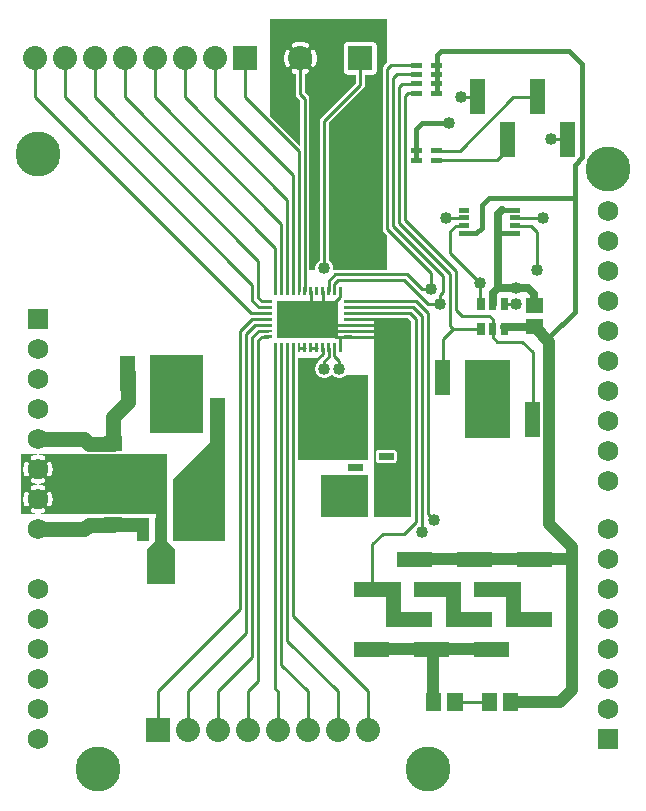
<source format=gbr>
G04 start of page 2 for group 0 idx 0 *
G04 Title: (unknown), component *
G04 Creator: pcb 20140316 *
G04 CreationDate: Thu 22 Dec 2016 06:12:03 PM GMT UTC *
G04 For: ndholmes *
G04 Format: Gerber/RS-274X *
G04 PCB-Dimensions (mil): 2100.00 2700.00 *
G04 PCB-Coordinate-Origin: lower left *
%MOIN*%
%FSLAX25Y25*%
%LNTOP*%
%ADD38C,0.0480*%
%ADD37C,0.1285*%
%ADD36C,0.0380*%
%ADD35C,0.0200*%
%ADD34R,0.0244X0.0244*%
%ADD33R,0.0490X0.0490*%
%ADD32R,0.0700X0.0700*%
%ADD31R,0.1240X0.1240*%
%ADD30R,0.0098X0.0098*%
%ADD29R,0.0120X0.0120*%
%ADD28R,0.0165X0.0165*%
%ADD27R,0.0240X0.0240*%
%ADD26R,0.0167X0.0167*%
%ADD25R,0.0945X0.0945*%
%ADD24R,0.0378X0.0378*%
%ADD23R,0.0500X0.0500*%
%ADD22R,0.0512X0.0512*%
%ADD21C,0.0800*%
%ADD20C,0.1500*%
%ADD19C,0.0680*%
%ADD18C,0.0450*%
%ADD17C,0.0500*%
%ADD16C,0.0350*%
%ADD15C,0.0150*%
%ADD14C,0.0400*%
%ADD13C,0.0250*%
%ADD12C,0.0100*%
%ADD11C,0.0001*%
G54D11*G36*
X126158Y160469D02*X133410D01*
X134500Y159379D01*
Y94000D01*
X126158D01*
Y112024D01*
X128716Y112029D01*
X128869Y112066D01*
X129015Y112126D01*
X129149Y112208D01*
X129269Y112310D01*
X129371Y112430D01*
X129453Y112564D01*
X129513Y112710D01*
X129550Y112863D01*
X129559Y113020D01*
X129550Y115617D01*
X129513Y115770D01*
X129453Y115916D01*
X129371Y116050D01*
X129269Y116170D01*
X129149Y116272D01*
X129015Y116354D01*
X128869Y116414D01*
X128716Y116451D01*
X128559Y116460D01*
X126158Y116456D01*
Y160469D01*
G37*
G36*
X122000Y94000D02*Y160469D01*
X126158D01*
Y116456D01*
X123599Y116451D01*
X123446Y116414D01*
X123300Y116354D01*
X123166Y116272D01*
X123046Y116170D01*
X122944Y116050D01*
X122862Y115916D01*
X122802Y115770D01*
X122765Y115617D01*
X122756Y115460D01*
X122765Y112863D01*
X122802Y112710D01*
X122862Y112564D01*
X122944Y112430D01*
X123046Y112310D01*
X123166Y112208D01*
X123300Y112126D01*
X123446Y112066D01*
X123599Y112029D01*
X123756Y112020D01*
X126158Y112024D01*
Y94000D01*
X122000D01*
G37*
G36*
X96579Y141500D02*X103263D01*
X103372Y141372D01*
X103731Y141065D01*
X104134Y140819D01*
X104570Y140638D01*
X105029Y140528D01*
X105500Y140491D01*
X105971Y140528D01*
X106430Y140638D01*
X106866Y140819D01*
X107269Y141065D01*
X107628Y141372D01*
X107737Y141500D01*
X108263D01*
X108372Y141372D01*
X108731Y141065D01*
X109134Y140819D01*
X109570Y140638D01*
X110029Y140528D01*
X110500Y140491D01*
X110971Y140528D01*
X111430Y140638D01*
X111866Y140819D01*
X112269Y141065D01*
X112628Y141372D01*
X112737Y141500D01*
X120000D01*
Y113000D01*
X96579D01*
Y141500D01*
G37*
G36*
Y147000D02*X103500D01*
Y145737D01*
X103372Y145628D01*
X103065Y145269D01*
X102819Y144866D01*
X102638Y144430D01*
X102528Y143971D01*
X102491Y143500D01*
X102528Y143029D01*
X102638Y142570D01*
X102819Y142134D01*
X103065Y141731D01*
X103372Y141372D01*
X103500Y141263D01*
Y134500D01*
X96579D01*
Y147000D01*
G37*
G36*
X113000Y94000D02*Y108000D01*
X120000D01*
Y94000D01*
X113000D01*
G37*
G36*
X114500D02*X104500D01*
Y108000D01*
X114500D01*
Y94000D01*
G37*
G36*
X101993Y260000D02*X126500D01*
Y245621D01*
X125481Y244602D01*
X125436Y244564D01*
X125283Y244384D01*
X125159Y244183D01*
X125069Y243965D01*
X125014Y243735D01*
X125014Y243735D01*
X124995Y243500D01*
X125000Y243441D01*
Y190059D01*
X124995Y190000D01*
X125014Y189765D01*
X125069Y189535D01*
X125159Y189317D01*
X125283Y189116D01*
X125283Y189115D01*
X125436Y188936D01*
X125481Y188898D01*
X126500Y187879D01*
Y176500D01*
X109059D01*
X109000Y176505D01*
X108941Y176500D01*
X108465D01*
X108472Y176529D01*
X108500Y177000D01*
X108472Y177471D01*
X108362Y177930D01*
X108181Y178366D01*
X107935Y178769D01*
X107628Y179128D01*
X107269Y179435D01*
X107000Y179599D01*
Y225379D01*
X118519Y236898D01*
X118564Y236936D01*
X118717Y237115D01*
X118717Y237116D01*
X118841Y237317D01*
X118931Y237535D01*
X118986Y237765D01*
X119005Y238000D01*
X119000Y238059D01*
Y241509D01*
X121735Y241514D01*
X121965Y241569D01*
X122183Y241659D01*
X122384Y241783D01*
X122564Y241936D01*
X122717Y242116D01*
X122841Y242317D01*
X122931Y242535D01*
X122986Y242765D01*
X123000Y243000D01*
X122986Y251235D01*
X122931Y251465D01*
X122841Y251683D01*
X122717Y251884D01*
X122564Y252064D01*
X122384Y252217D01*
X122183Y252341D01*
X121965Y252431D01*
X121735Y252486D01*
X121500Y252500D01*
X113265Y252486D01*
X113035Y252431D01*
X112817Y252341D01*
X112616Y252217D01*
X112436Y252064D01*
X112283Y251884D01*
X112159Y251683D01*
X112069Y251465D01*
X112014Y251235D01*
X112000Y251000D01*
X112014Y242765D01*
X112069Y242535D01*
X112159Y242317D01*
X112283Y242116D01*
X112436Y241936D01*
X112616Y241783D01*
X112817Y241659D01*
X113035Y241569D01*
X113265Y241514D01*
X113500Y241500D01*
X116000Y241504D01*
Y238621D01*
X104481Y227102D01*
X104436Y227064D01*
X104283Y226884D01*
X104159Y226683D01*
X104069Y226465D01*
X104014Y226235D01*
X104014Y226235D01*
X103995Y226000D01*
X104000Y225941D01*
Y179599D01*
X103731Y179435D01*
X103372Y179128D01*
X103065Y178769D01*
X102819Y178366D01*
X102638Y177930D01*
X102528Y177471D01*
X102491Y177000D01*
X102528Y176529D01*
X102535Y176500D01*
X101993D01*
Y244145D01*
X102078Y244181D01*
X102179Y244243D01*
X102269Y244319D01*
X102345Y244409D01*
X102405Y244511D01*
X102622Y244980D01*
X102789Y245469D01*
X102909Y245972D01*
X102982Y246484D01*
X103006Y247000D01*
X102982Y247516D01*
X102909Y248028D01*
X102789Y248531D01*
X102622Y249020D01*
X102410Y249492D01*
X102349Y249593D01*
X102272Y249684D01*
X102182Y249761D01*
X102080Y249823D01*
X101993Y249860D01*
Y260000D01*
G37*
G36*
X97498Y232881D02*X97516Y232863D01*
Y217605D01*
X97498Y217624D01*
Y232881D01*
G37*
G36*
Y260000D02*X101993D01*
Y249860D01*
X101971Y249869D01*
X101855Y249897D01*
X101737Y249906D01*
X101619Y249897D01*
X101503Y249870D01*
X101393Y249824D01*
X101292Y249762D01*
X101202Y249686D01*
X101124Y249595D01*
X101062Y249494D01*
X101016Y249385D01*
X100989Y249269D01*
X100979Y249151D01*
X100988Y249032D01*
X101016Y248917D01*
X101063Y248808D01*
X101221Y248468D01*
X101342Y248112D01*
X101430Y247747D01*
X101482Y247375D01*
X101500Y247000D01*
X101482Y246625D01*
X101430Y246253D01*
X101342Y245888D01*
X101221Y245532D01*
X101067Y245190D01*
X101020Y245082D01*
X100993Y244967D01*
X100983Y244849D01*
X100993Y244732D01*
X101021Y244617D01*
X101066Y244508D01*
X101128Y244407D01*
X101205Y244318D01*
X101295Y244241D01*
X101395Y244180D01*
X101504Y244135D01*
X101619Y244107D01*
X101737Y244098D01*
X101855Y244108D01*
X101969Y244135D01*
X101993Y244145D01*
Y176500D01*
X100516D01*
Y233425D01*
X100521Y233484D01*
X100502Y233719D01*
X100447Y233949D01*
X100357Y234167D01*
X100233Y234368D01*
X100080Y234548D01*
X100035Y234586D01*
X99000Y235621D01*
Y241704D01*
X99031Y241711D01*
X99520Y241878D01*
X99992Y242090D01*
X100093Y242151D01*
X100184Y242228D01*
X100261Y242318D01*
X100323Y242420D01*
X100369Y242529D01*
X100397Y242645D01*
X100406Y242763D01*
X100397Y242881D01*
X100370Y242997D01*
X100324Y243107D01*
X100262Y243208D01*
X100186Y243298D01*
X100095Y243376D01*
X99994Y243438D01*
X99885Y243484D01*
X99769Y243511D01*
X99651Y243521D01*
X99532Y243512D01*
X99417Y243484D01*
X99308Y243437D01*
X99000Y243294D01*
Y247000D01*
X98986Y247235D01*
X98931Y247465D01*
X98841Y247683D01*
X98717Y247884D01*
X98564Y248064D01*
X98384Y248217D01*
X98183Y248341D01*
X97965Y248431D01*
X97735Y248486D01*
X97500Y248505D01*
X97498Y248504D01*
Y251000D01*
X97500Y251000D01*
X97875Y250982D01*
X98247Y250930D01*
X98612Y250842D01*
X98968Y250721D01*
X99310Y250567D01*
X99418Y250520D01*
X99533Y250493D01*
X99651Y250483D01*
X99768Y250493D01*
X99883Y250521D01*
X99992Y250566D01*
X100093Y250628D01*
X100182Y250705D01*
X100259Y250795D01*
X100320Y250895D01*
X100365Y251004D01*
X100393Y251119D01*
X100402Y251237D01*
X100392Y251355D01*
X100365Y251469D01*
X100319Y251578D01*
X100257Y251679D01*
X100181Y251769D01*
X100091Y251845D01*
X99989Y251905D01*
X99520Y252122D01*
X99031Y252289D01*
X98528Y252409D01*
X98016Y252482D01*
X97500Y252506D01*
X97498Y252506D01*
Y260000D01*
G37*
G36*
X93007D02*X97498D01*
Y252506D01*
X96984Y252482D01*
X96472Y252409D01*
X95969Y252289D01*
X95480Y252122D01*
X95008Y251910D01*
X94907Y251849D01*
X94816Y251772D01*
X94739Y251682D01*
X94677Y251580D01*
X94631Y251471D01*
X94603Y251355D01*
X94594Y251237D01*
X94603Y251119D01*
X94630Y251003D01*
X94676Y250893D01*
X94738Y250792D01*
X94814Y250702D01*
X94905Y250624D01*
X95006Y250562D01*
X95115Y250516D01*
X95231Y250489D01*
X95349Y250479D01*
X95468Y250488D01*
X95583Y250516D01*
X95692Y250563D01*
X96032Y250721D01*
X96388Y250842D01*
X96753Y250930D01*
X97125Y250982D01*
X97498Y251000D01*
Y248504D01*
X97265Y248486D01*
X97035Y248431D01*
X96817Y248341D01*
X96616Y248217D01*
X96436Y248064D01*
X96283Y247884D01*
X96159Y247683D01*
X96069Y247465D01*
X96014Y247235D01*
X96000Y247000D01*
Y243294D01*
X95690Y243433D01*
X95582Y243480D01*
X95467Y243507D01*
X95349Y243517D01*
X95232Y243507D01*
X95117Y243479D01*
X95008Y243434D01*
X94907Y243372D01*
X94818Y243295D01*
X94741Y243205D01*
X94680Y243105D01*
X94635Y242996D01*
X94607Y242881D01*
X94598Y242763D01*
X94608Y242645D01*
X94635Y242531D01*
X94681Y242422D01*
X94743Y242321D01*
X94819Y242231D01*
X94909Y242155D01*
X95011Y242095D01*
X95480Y241878D01*
X95969Y241711D01*
X96000Y241704D01*
Y235059D01*
X95995Y235000D01*
X96014Y234765D01*
X96069Y234535D01*
X96159Y234317D01*
X96283Y234116D01*
X96436Y233936D01*
X96481Y233898D01*
X97498Y232881D01*
Y217624D01*
X93007Y222114D01*
Y244140D01*
X93029Y244131D01*
X93145Y244103D01*
X93263Y244094D01*
X93381Y244103D01*
X93497Y244130D01*
X93607Y244176D01*
X93708Y244238D01*
X93798Y244314D01*
X93876Y244405D01*
X93938Y244506D01*
X93984Y244615D01*
X94011Y244731D01*
X94021Y244849D01*
X94012Y244968D01*
X93984Y245083D01*
X93937Y245192D01*
X93779Y245532D01*
X93658Y245888D01*
X93570Y246253D01*
X93518Y246625D01*
X93500Y247000D01*
X93518Y247375D01*
X93570Y247747D01*
X93658Y248112D01*
X93779Y248468D01*
X93933Y248810D01*
X93980Y248918D01*
X94007Y249033D01*
X94017Y249151D01*
X94007Y249268D01*
X93979Y249383D01*
X93934Y249492D01*
X93872Y249593D01*
X93795Y249682D01*
X93705Y249759D01*
X93605Y249820D01*
X93496Y249865D01*
X93381Y249893D01*
X93263Y249902D01*
X93145Y249892D01*
X93031Y249865D01*
X93007Y249855D01*
Y260000D01*
G37*
G36*
X87500D02*X93007D01*
Y249855D01*
X92922Y249819D01*
X92821Y249757D01*
X92731Y249681D01*
X92655Y249591D01*
X92595Y249489D01*
X92378Y249020D01*
X92211Y248531D01*
X92091Y248028D01*
X92018Y247516D01*
X91994Y247000D01*
X92018Y246484D01*
X92091Y245972D01*
X92211Y245469D01*
X92378Y244980D01*
X92590Y244508D01*
X92651Y244407D01*
X92728Y244316D01*
X92818Y244239D01*
X92920Y244177D01*
X93007Y244140D01*
Y222114D01*
X87500Y227621D01*
Y260000D01*
G37*
G36*
X13964Y115000D02*X26863D01*
X27000Y114989D01*
X27137Y115000D01*
X31707D01*
X31738Y114987D01*
X31891Y114950D01*
X32048Y114941D01*
X38109Y114950D01*
X38262Y114987D01*
X38293Y115000D01*
X53000D01*
Y95000D01*
X38137D01*
X38109Y95007D01*
X37952Y95016D01*
X31891Y95007D01*
X31863Y95000D01*
X13964D01*
Y97564D01*
X14049Y97589D01*
X14155Y97639D01*
X14253Y97706D01*
X14339Y97787D01*
X14411Y97880D01*
X14466Y97984D01*
X14641Y98412D01*
X14770Y98855D01*
X14857Y99309D01*
X14900Y99769D01*
Y100231D01*
X14857Y100691D01*
X14770Y101145D01*
X14641Y101588D01*
X14471Y102018D01*
X14415Y102122D01*
X14342Y102216D01*
X14255Y102297D01*
X14157Y102364D01*
X14050Y102414D01*
X13964Y102440D01*
Y107564D01*
X14049Y107589D01*
X14155Y107639D01*
X14253Y107706D01*
X14339Y107787D01*
X14411Y107880D01*
X14466Y107984D01*
X14641Y108412D01*
X14770Y108855D01*
X14857Y109309D01*
X14900Y109769D01*
Y110231D01*
X14857Y110691D01*
X14770Y111145D01*
X14641Y111588D01*
X14471Y112018D01*
X14415Y112122D01*
X14342Y112216D01*
X14255Y112297D01*
X14157Y112364D01*
X14050Y112414D01*
X13964Y112440D01*
Y115000D01*
G37*
G36*
X10002D02*X13964D01*
Y112440D01*
X13936Y112448D01*
X13818Y112462D01*
X13700Y112459D01*
X13583Y112437D01*
X13472Y112396D01*
X13368Y112339D01*
X13274Y112266D01*
X13193Y112180D01*
X13126Y112082D01*
X13075Y111975D01*
X13042Y111861D01*
X13027Y111743D01*
X13031Y111624D01*
X13053Y111508D01*
X13096Y111397D01*
X13217Y111101D01*
X13306Y110793D01*
X13366Y110479D01*
X13396Y110160D01*
Y109840D01*
X13366Y109521D01*
X13306Y109207D01*
X13217Y108899D01*
X13099Y108601D01*
X13057Y108491D01*
X13035Y108375D01*
X13031Y108257D01*
X13046Y108140D01*
X13079Y108027D01*
X13129Y107920D01*
X13196Y107822D01*
X13276Y107736D01*
X13370Y107664D01*
X13473Y107607D01*
X13584Y107567D01*
X13700Y107545D01*
X13818Y107541D01*
X13935Y107556D01*
X13964Y107564D01*
Y102440D01*
X13936Y102448D01*
X13818Y102462D01*
X13700Y102459D01*
X13583Y102437D01*
X13472Y102396D01*
X13368Y102339D01*
X13274Y102266D01*
X13193Y102180D01*
X13126Y102082D01*
X13075Y101975D01*
X13042Y101861D01*
X13027Y101743D01*
X13031Y101624D01*
X13053Y101508D01*
X13096Y101397D01*
X13217Y101101D01*
X13306Y100793D01*
X13366Y100479D01*
X13396Y100160D01*
Y99840D01*
X13366Y99521D01*
X13306Y99207D01*
X13217Y98899D01*
X13099Y98601D01*
X13057Y98491D01*
X13035Y98375D01*
X13031Y98257D01*
X13046Y98140D01*
X13079Y98027D01*
X13129Y97920D01*
X13196Y97822D01*
X13276Y97736D01*
X13370Y97664D01*
X13473Y97607D01*
X13584Y97567D01*
X13700Y97545D01*
X13818Y97541D01*
X13935Y97556D01*
X13964Y97564D01*
Y95000D01*
X10002D01*
Y95100D01*
X10231D01*
X10691Y95143D01*
X11145Y95230D01*
X11588Y95359D01*
X12018Y95529D01*
X12122Y95585D01*
X12216Y95658D01*
X12297Y95745D01*
X12364Y95843D01*
X12414Y95950D01*
X12448Y96064D01*
X12462Y96182D01*
X12459Y96300D01*
X12436Y96417D01*
X12396Y96528D01*
X12339Y96632D01*
X12266Y96726D01*
X12180Y96807D01*
X12082Y96874D01*
X11975Y96925D01*
X11861Y96958D01*
X11743Y96973D01*
X11624Y96969D01*
X11508Y96947D01*
X11397Y96904D01*
X11101Y96783D01*
X10793Y96694D01*
X10479Y96634D01*
X10160Y96604D01*
X10002D01*
Y103396D01*
X10160D01*
X10479Y103366D01*
X10793Y103306D01*
X11101Y103217D01*
X11399Y103099D01*
X11509Y103057D01*
X11625Y103035D01*
X11743Y103031D01*
X11860Y103046D01*
X11973Y103079D01*
X12080Y103129D01*
X12178Y103196D01*
X12264Y103276D01*
X12336Y103370D01*
X12393Y103473D01*
X12433Y103584D01*
X12455Y103700D01*
X12459Y103818D01*
X12444Y103935D01*
X12411Y104049D01*
X12361Y104155D01*
X12294Y104253D01*
X12213Y104339D01*
X12120Y104411D01*
X12016Y104466D01*
X11588Y104641D01*
X11145Y104770D01*
X10691Y104857D01*
X10231Y104900D01*
X10002D01*
Y105100D01*
X10231D01*
X10691Y105143D01*
X11145Y105230D01*
X11588Y105359D01*
X12018Y105529D01*
X12122Y105585D01*
X12216Y105658D01*
X12297Y105745D01*
X12364Y105843D01*
X12414Y105950D01*
X12448Y106064D01*
X12462Y106182D01*
X12459Y106300D01*
X12436Y106417D01*
X12396Y106528D01*
X12339Y106632D01*
X12266Y106726D01*
X12180Y106807D01*
X12082Y106874D01*
X11975Y106925D01*
X11861Y106958D01*
X11743Y106973D01*
X11624Y106969D01*
X11508Y106947D01*
X11397Y106904D01*
X11101Y106783D01*
X10793Y106694D01*
X10479Y106634D01*
X10160Y106604D01*
X10002D01*
Y113396D01*
X10160D01*
X10479Y113366D01*
X10793Y113306D01*
X11101Y113217D01*
X11399Y113099D01*
X11509Y113057D01*
X11625Y113035D01*
X11743Y113031D01*
X11860Y113046D01*
X11973Y113079D01*
X12080Y113129D01*
X12178Y113196D01*
X12264Y113276D01*
X12336Y113370D01*
X12393Y113473D01*
X12433Y113584D01*
X12455Y113700D01*
X12459Y113818D01*
X12444Y113935D01*
X12411Y114049D01*
X12361Y114155D01*
X12294Y114253D01*
X12213Y114339D01*
X12120Y114411D01*
X12016Y114466D01*
X11588Y114641D01*
X11145Y114770D01*
X10691Y114857D01*
X10231Y114900D01*
X10002D01*
Y115000D01*
G37*
G36*
X6036D02*X10002D01*
Y114900D01*
X9769D01*
X9309Y114857D01*
X8855Y114770D01*
X8412Y114641D01*
X7982Y114471D01*
X7878Y114415D01*
X7784Y114342D01*
X7703Y114255D01*
X7636Y114157D01*
X7586Y114050D01*
X7552Y113936D01*
X7538Y113818D01*
X7541Y113700D01*
X7563Y113583D01*
X7604Y113472D01*
X7661Y113368D01*
X7734Y113274D01*
X7820Y113193D01*
X7918Y113126D01*
X8025Y113075D01*
X8139Y113042D01*
X8257Y113027D01*
X8376Y113031D01*
X8492Y113053D01*
X8603Y113096D01*
X8899Y113217D01*
X9207Y113306D01*
X9521Y113366D01*
X9840Y113396D01*
X10002D01*
Y106604D01*
X9840D01*
X9521Y106634D01*
X9207Y106694D01*
X8899Y106783D01*
X8601Y106901D01*
X8491Y106943D01*
X8375Y106965D01*
X8257Y106969D01*
X8140Y106954D01*
X8027Y106921D01*
X7920Y106871D01*
X7822Y106804D01*
X7736Y106724D01*
X7664Y106630D01*
X7607Y106527D01*
X7567Y106416D01*
X7545Y106300D01*
X7541Y106182D01*
X7556Y106065D01*
X7589Y105951D01*
X7639Y105845D01*
X7706Y105747D01*
X7787Y105661D01*
X7880Y105589D01*
X7984Y105534D01*
X8412Y105359D01*
X8855Y105230D01*
X9309Y105143D01*
X9769Y105100D01*
X10002D01*
Y104900D01*
X9769D01*
X9309Y104857D01*
X8855Y104770D01*
X8412Y104641D01*
X7982Y104471D01*
X7878Y104415D01*
X7784Y104342D01*
X7703Y104255D01*
X7636Y104157D01*
X7586Y104050D01*
X7552Y103936D01*
X7538Y103818D01*
X7541Y103700D01*
X7563Y103583D01*
X7604Y103472D01*
X7661Y103368D01*
X7734Y103274D01*
X7820Y103193D01*
X7918Y103126D01*
X8025Y103075D01*
X8139Y103042D01*
X8257Y103027D01*
X8376Y103031D01*
X8492Y103053D01*
X8603Y103096D01*
X8899Y103217D01*
X9207Y103306D01*
X9521Y103366D01*
X9840Y103396D01*
X10002D01*
Y96604D01*
X9840D01*
X9521Y96634D01*
X9207Y96694D01*
X8899Y96783D01*
X8601Y96901D01*
X8491Y96943D01*
X8375Y96965D01*
X8257Y96969D01*
X8140Y96954D01*
X8027Y96921D01*
X7920Y96871D01*
X7822Y96804D01*
X7736Y96724D01*
X7664Y96630D01*
X7607Y96527D01*
X7567Y96416D01*
X7545Y96300D01*
X7541Y96182D01*
X7556Y96065D01*
X7589Y95951D01*
X7639Y95845D01*
X7706Y95747D01*
X7787Y95661D01*
X7880Y95589D01*
X7984Y95534D01*
X8412Y95359D01*
X8855Y95230D01*
X9309Y95143D01*
X9769Y95100D01*
X10002D01*
Y95000D01*
X6036D01*
Y97560D01*
X6064Y97552D01*
X6182Y97538D01*
X6300Y97541D01*
X6417Y97564D01*
X6528Y97604D01*
X6632Y97661D01*
X6726Y97734D01*
X6807Y97820D01*
X6874Y97918D01*
X6925Y98025D01*
X6958Y98139D01*
X6973Y98257D01*
X6969Y98376D01*
X6947Y98492D01*
X6904Y98603D01*
X6783Y98899D01*
X6694Y99207D01*
X6634Y99521D01*
X6604Y99840D01*
Y100160D01*
X6634Y100479D01*
X6694Y100793D01*
X6783Y101101D01*
X6901Y101399D01*
X6943Y101509D01*
X6965Y101625D01*
X6969Y101743D01*
X6954Y101860D01*
X6921Y101973D01*
X6871Y102080D01*
X6804Y102178D01*
X6724Y102264D01*
X6630Y102336D01*
X6527Y102393D01*
X6416Y102433D01*
X6300Y102455D01*
X6182Y102459D01*
X6065Y102444D01*
X6036Y102436D01*
Y107560D01*
X6064Y107552D01*
X6182Y107538D01*
X6300Y107541D01*
X6417Y107564D01*
X6528Y107604D01*
X6632Y107661D01*
X6726Y107734D01*
X6807Y107820D01*
X6874Y107918D01*
X6925Y108025D01*
X6958Y108139D01*
X6973Y108257D01*
X6969Y108376D01*
X6947Y108492D01*
X6904Y108603D01*
X6783Y108899D01*
X6694Y109207D01*
X6634Y109521D01*
X6604Y109840D01*
Y110160D01*
X6634Y110479D01*
X6694Y110793D01*
X6783Y111101D01*
X6901Y111399D01*
X6943Y111509D01*
X6965Y111625D01*
X6969Y111743D01*
X6954Y111860D01*
X6921Y111973D01*
X6871Y112080D01*
X6804Y112178D01*
X6724Y112264D01*
X6630Y112336D01*
X6527Y112393D01*
X6416Y112433D01*
X6300Y112455D01*
X6182Y112459D01*
X6065Y112444D01*
X6036Y112436D01*
Y115000D01*
G37*
G36*
X4500D02*X6036D01*
Y112436D01*
X5951Y112411D01*
X5845Y112361D01*
X5747Y112294D01*
X5661Y112213D01*
X5589Y112120D01*
X5534Y112016D01*
X5359Y111588D01*
X5230Y111145D01*
X5143Y110691D01*
X5100Y110231D01*
Y109769D01*
X5143Y109309D01*
X5230Y108855D01*
X5359Y108412D01*
X5529Y107982D01*
X5585Y107878D01*
X5658Y107784D01*
X5745Y107703D01*
X5843Y107636D01*
X5950Y107586D01*
X6036Y107560D01*
Y102436D01*
X5951Y102411D01*
X5845Y102361D01*
X5747Y102294D01*
X5661Y102213D01*
X5589Y102120D01*
X5534Y102016D01*
X5359Y101588D01*
X5230Y101145D01*
X5143Y100691D01*
X5100Y100231D01*
Y99769D01*
X5143Y99309D01*
X5230Y98855D01*
X5359Y98412D01*
X5529Y97982D01*
X5585Y97878D01*
X5658Y97784D01*
X5745Y97703D01*
X5843Y97636D01*
X5950Y97586D01*
X6036Y97560D01*
Y95000D01*
X4500D01*
Y115000D01*
G37*
G36*
X55000Y86000D02*Y106500D01*
X67500Y119000D01*
Y124000D01*
X72500D01*
Y86000D01*
X55000D01*
G37*
G36*
X47500Y122000D02*Y148000D01*
X65000D01*
Y122000D01*
X47500D01*
G37*
G36*
X126000Y72500D02*X131000D01*
Y57500D01*
X126000D01*
Y72500D01*
G37*
G36*
X146000D02*X151000D01*
Y57500D01*
X146000D01*
Y72500D01*
G37*
G36*
X166000D02*X171000D01*
Y57500D01*
X166000D01*
Y72500D01*
G37*
G36*
X152500Y120500D02*Y146500D01*
X167500D01*
Y120500D01*
X152500D01*
G37*
G54D12*X165500Y165000D02*X169500D01*
G54D13*X175500Y168500D02*Y164543D01*
X163500Y170500D02*X173500D01*
X175500Y168500D01*
G54D12*X157700Y156800D02*X148300D01*
G54D13*X175500Y157457D02*X165543D01*
X165500Y157500D01*
G54D12*X160500Y161000D02*X151500D01*
X149500Y163000D01*
X148300Y156800D02*X145000Y153500D01*
X148300Y156800D02*X147500Y157600D01*
X145000Y153500D02*Y139500D01*
X161600Y156800D02*Y153900D01*
G54D13*Y165000D02*Y168600D01*
X163500Y170500D01*
G54D12*X157500Y172000D02*Y165000D01*
X161600Y157400D02*Y159900D01*
X160500Y161000D01*
X161600Y153900D02*X163000Y152500D01*
G54D14*X180457Y152543D02*X175543Y157457D01*
G54D15*X189000Y162500D02*X180457Y153957D01*
G54D12*X163000Y152500D02*X171500D01*
X175000Y149000D01*
Y122914D01*
X110827Y169449D02*Y167327D01*
X108500Y165000D01*
X104921Y169449D02*Y165000D01*
X100984Y169449D02*Y165000D01*
X108858Y169449D02*Y171858D01*
X106890Y169449D02*Y172890D01*
X109000Y175000D01*
X108858Y171858D02*X110000Y173000D01*
X86614Y165906D02*X84594D01*
X83500Y167000D01*
X83563Y163937D02*X81500Y166000D01*
Y171500D01*
X86614Y160000D02*X81500D01*
X86614Y163937D02*X83563D01*
X86614Y161969D02*X81031D01*
X110000Y173000D02*X132000D01*
X109000Y175000D02*X133000D01*
X140000Y165000D02*X144000D01*
X113386Y165906D02*X136094D01*
X113386Y163937D02*X135063D01*
X113386Y161969D02*X134031D01*
X132000Y173000D02*X140000Y165000D01*
X136094Y165906D02*X140000Y162000D01*
X135063Y163937D02*X138000Y161000D01*
X134031Y161969D02*X136000Y160000D01*
X149500Y163000D02*Y176000D01*
X147500Y157600D02*Y175000D01*
X144000Y165000D02*Y168000D01*
X145000Y169000D01*
Y174500D01*
X133000Y175000D02*X138000Y170000D01*
X141000D01*
Y175500D01*
X132500Y193000D02*X149500Y176000D01*
X130500Y192000D02*X147500Y175000D01*
X128500Y191000D02*X145000Y174500D01*
X141000Y175500D02*X126500Y190000D01*
X151954Y191220D02*X149220D01*
X147500Y189500D01*
Y182000D01*
X157500Y172000D01*
G54D15*X151954Y188661D02*X156161D01*
X158000Y190500D01*
G54D12*X169046Y191220D02*X174280D01*
G54D15*X169046Y188661D02*X163500D01*
G54D12*X174280Y191220D02*X176500Y189000D01*
Y176500D01*
G54D16*X51000Y86084D02*Y96000D01*
G54D17*X25500Y90000D02*X10000D01*
X35000Y91457D02*X26957D01*
X25500Y90000D01*
G54D18*X35000Y91457D02*X44500D01*
G54D17*X10000Y120000D02*X25500D01*
X27000Y118500D01*
X35000D01*
Y127500D01*
X40000Y132500D01*
Y142000D01*
G54D12*X97047Y150551D02*X99016D01*
X95079D02*Y60921D01*
X110500Y146000D02*Y143500D01*
X106890Y147390D02*X105500Y146000D01*
Y143500D01*
X104921Y150551D02*Y148421D01*
X101500Y145000D01*
X136000Y160000D02*Y92500D01*
X138000Y161000D02*Y89000D01*
X140000Y162000D02*Y95000D01*
X142000Y93000D01*
G54D14*X180457Y91586D02*Y152500D01*
G54D12*X95079Y60921D02*X120000Y36000D01*
Y23000D01*
X93110Y52890D02*X110000Y36000D01*
Y23000D01*
X91142Y44858D02*X100000Y36000D01*
Y23000D01*
X93110Y150551D02*Y52890D01*
X91142Y150551D02*Y44858D01*
X89173Y150551D02*Y36827D01*
X90000Y36000D01*
X83500Y39500D02*X80000Y36000D01*
X81500Y47500D02*X70000Y36000D01*
X79500Y55500D02*X60000Y36000D01*
X77500Y63500D02*X50000Y36000D01*
X90000D02*Y23000D01*
X80000Y36000D02*Y23000D01*
X70000Y36000D02*Y23000D01*
X60000Y36000D02*Y23000D01*
X50000Y36000D02*Y23000D01*
X83500Y153000D02*Y39500D01*
X81500Y154000D02*Y47500D01*
X79500Y155000D02*Y55500D01*
X77500Y156000D02*Y63500D01*
G54D14*X121327Y50000D02*X161327D01*
G54D12*X160457Y32500D02*X149000D01*
G54D14*X141690D02*Y50000D01*
G54D12*X136000Y92500D02*X132000Y88500D01*
X125000D01*
X121500Y85000D01*
Y70173D01*
G54D14*X135500Y80000D02*X177500D01*
X167543Y32500D02*X184000D01*
X188000Y36500D01*
Y84043D01*
X172500Y80000D02*X188000D01*
Y84043D02*X180457Y91586D01*
G54D12*X86614Y154094D02*X84594D01*
X83500Y153000D01*
X86614Y156063D02*X83563D01*
X81500Y154000D01*
X86614Y158031D02*X82531D01*
X79500Y155000D01*
X81500Y160000D02*X77500Y156000D01*
X100984Y150551D02*X102953D01*
X109000Y158031D02*X124000D01*
X109000Y156063D02*X124000D01*
X109000Y154094D02*X124000D01*
X113386Y160000D02*X124000D01*
X110827Y150551D02*Y154094D01*
X108858Y150551D02*Y147642D01*
X110500Y146000D01*
X106890Y150551D02*Y147390D01*
X105500Y177000D02*Y226000D01*
X117500Y238000D01*
Y247000D01*
X99016Y169449D02*Y233484D01*
X97500Y235000D01*
Y247000D01*
X97047Y169449D02*Y215953D01*
X95079Y169449D02*Y207921D01*
X97047Y215953D02*X79000Y234000D01*
Y247000D01*
X95079Y207921D02*X69000Y234000D01*
Y247000D01*
X93110Y199890D02*X59000Y234000D01*
Y247000D01*
X91142Y191858D02*X49000Y234000D01*
Y247000D01*
X89173Y183827D02*X39000Y234000D01*
Y247000D01*
X29000Y234000D02*Y247000D01*
X19000Y234000D02*Y247000D01*
X9000Y234000D02*Y247000D01*
X83500Y179500D02*X29000Y234000D01*
X81500Y171500D02*X19000Y234000D01*
X81031Y161969D02*X9000Y234000D01*
X93110Y169449D02*Y199890D01*
X91142Y169449D02*Y191858D01*
X89173Y169449D02*Y183827D01*
X83500Y167000D02*Y179500D01*
G54D15*X189000Y162500D02*Y211500D01*
X191500Y214000D01*
Y245000D01*
X187000Y249500D01*
X144500D01*
X143000Y248000D01*
Y235276D01*
G54D12*X168500Y234000D02*X176500D01*
X151000D02*X156500D01*
G54D15*X147000Y225500D02*X138000D01*
G54D12*X150575Y216075D02*X168500Y234000D01*
X181000Y220000D02*X186500D01*
X142848Y216075D02*X150575D01*
G54D15*X138000Y225500D02*X136000Y223500D01*
G54D12*X136152Y235276D02*X133276D01*
X136152Y238425D02*X131425D01*
X130500Y237500D01*
X136152Y241575D02*X129575D01*
X128500Y240500D01*
X127724Y244724D02*X136152D01*
X133276Y235276D02*X132500Y234500D01*
Y193000D02*Y234500D01*
X130500Y192000D02*Y237500D01*
X128500Y240500D02*Y191000D01*
X126500Y190000D02*Y243500D01*
X127724Y244724D01*
X151954Y193780D02*X146000D01*
G54D15*X169046Y196339D02*X164839D01*
G54D13*X163500Y195000D01*
Y170500D01*
G54D12*X169046Y193780D02*X178500D01*
G54D15*X158000Y190500D02*Y198000D01*
X160500Y200500D01*
X189000D01*
X136000Y223500D02*Y212925D01*
G54D12*X142848D02*X162925D01*
X166500Y216500D01*
G54D11*G36*
X196600Y23400D02*Y16600D01*
X203400D01*
Y23400D01*
X196600D01*
G37*
G54D19*X200000Y30000D03*
Y40000D03*
Y50000D03*
Y60000D03*
Y70000D03*
G54D20*X140000Y10000D03*
G54D19*X10000Y130000D03*
Y120000D03*
Y110000D03*
Y100000D03*
G54D11*G36*
X6600Y163400D02*Y156600D01*
X13400D01*
Y163400D01*
X6600D01*
G37*
G54D19*X10000Y150000D03*
Y140000D03*
G54D20*Y215000D03*
G54D11*G36*
X75000Y251000D02*Y243000D01*
X83000D01*
Y251000D01*
X75000D01*
G37*
G36*
X113500D02*Y243000D01*
X121500D01*
Y251000D01*
X113500D01*
G37*
G54D21*X97500Y247000D03*
X69000D03*
X59000D03*
X49000D03*
X39000D03*
X29000D03*
X19000D03*
X9000D03*
G54D19*X200000Y80000D03*
Y90000D03*
Y106000D03*
Y116000D03*
Y126000D03*
Y136000D03*
Y146000D03*
Y156000D03*
Y166000D03*
Y176000D03*
Y186000D03*
Y196000D03*
G54D20*Y210000D03*
G54D19*X10000Y90000D03*
Y70000D03*
Y60000D03*
Y50000D03*
Y40000D03*
Y30000D03*
Y20000D03*
G54D20*X30000Y10000D03*
G54D11*G36*
X46000Y27000D02*Y19000D01*
X54000D01*
Y27000D01*
X46000D01*
G37*
G54D21*X60000Y23000D03*
X70000D03*
X80000D03*
X90000D03*
X100000D03*
X110000D03*
X120000D03*
G54D22*X57543Y102393D02*Y101607D01*
G54D23*X60000Y145327D02*Y138674D01*
X70000Y131154D02*Y124501D01*
G54D22*X50457Y102393D02*Y101607D01*
G54D24*X51000Y91989D02*Y80179D01*
G54D25*Y78445D02*Y76555D01*
G54D11*G36*
X52885Y86010D02*X55725Y83170D01*
X54305Y81750D01*
X51465Y84590D01*
X52885Y86010D01*
G37*
G36*
X46275Y83170D02*X49115Y86010D01*
X50535Y84590D01*
X47695Y81750D01*
X46275Y83170D01*
G37*
G54D24*X45094Y91989D02*Y87895D01*
G54D22*X34607Y98543D02*X35393D01*
X34607Y91457D02*X35393D01*
G54D24*X56906Y91989D02*Y87895D01*
G54D22*X34607Y111414D02*X35393D01*
X34607Y118500D02*X35393D01*
G54D23*X40000Y145327D02*Y138674D01*
X50000Y131154D02*Y124501D01*
X175000Y129740D02*Y123087D01*
X165000Y143913D02*Y137260D01*
X145000Y143913D02*Y137260D01*
X155000Y129740D02*Y123087D01*
G54D22*X160457Y32893D02*Y32107D01*
G54D23*X158001Y50000D02*X164654D01*
X138001D02*X144654D01*
G54D22*X141914Y32893D02*Y32107D01*
X149000Y32893D02*Y32107D01*
X167543Y32893D02*Y32107D01*
G54D23*X172174Y80000D02*X178827D01*
X158001Y70000D02*X164654D01*
X172174Y60000D02*X178827D01*
X152174Y80000D02*X158827D01*
X138001Y70000D02*X144654D01*
X152174Y60000D02*X158827D01*
X132174Y80000D02*X138827D01*
X132174Y60000D02*X138827D01*
G54D26*X141913Y235276D02*X143783D01*
X141913Y238425D02*X143783D01*
G54D23*X156500Y237413D02*Y230760D01*
G54D26*X141913Y241575D02*X143783D01*
X141913Y244724D02*X143783D01*
X135217D02*X137087D01*
X135217Y241575D02*X137087D01*
X135217Y238425D02*X137087D01*
X135217Y235276D02*X137087D01*
X135217Y216075D02*X137087D01*
X135217Y212925D02*X137087D01*
X141913D02*X143783D01*
X141913Y216075D02*X143783D01*
G54D23*X186500Y223240D02*Y216587D01*
X176500Y237413D02*Y230760D01*
X166500Y223240D02*Y216587D01*
G54D27*X165500Y165800D02*Y164200D01*
X161600Y165800D02*Y164200D01*
X157700Y165800D02*Y164200D01*
Y157600D02*Y156000D01*
X161600Y157600D02*Y156000D01*
X165500Y157600D02*Y156000D01*
G54D22*X175107Y157457D02*X175893D01*
X175107Y164543D02*X175893D01*
G54D28*X168122Y188661D02*X169969D01*
X168122Y191220D02*X169969D01*
G54D29*X168500Y188661D02*X169500D01*
X168500Y191220D02*X169500D01*
G54D28*X168122Y193780D02*X169969D01*
X168122Y196339D02*X169969D01*
G54D29*X168500Y193780D02*X169500D01*
X168500Y196339D02*X169500D01*
G54D28*X151031D02*X152878D01*
X151031Y193780D02*X152878D01*
G54D29*X151500Y196339D02*X152500D01*
X151500Y193780D02*X152500D01*
G54D28*X151031Y191220D02*X152878D01*
X151031Y188661D02*X152878D01*
G54D29*X151500Y191220D02*X152500D01*
X151500Y188661D02*X152500D01*
G54D30*X110827Y170335D02*Y168563D01*
X108858Y170335D02*Y168563D01*
X106890Y170335D02*Y168563D01*
X104921Y170335D02*Y168563D01*
X112500Y165906D02*X114272D01*
X102953Y170335D02*Y168563D01*
X100984Y170335D02*Y168563D01*
X99016Y170335D02*Y168563D01*
X97047Y170335D02*Y168563D01*
X95079Y170335D02*Y168563D01*
X93110Y170335D02*Y168563D01*
X91142Y170335D02*Y168563D01*
X89173Y170335D02*Y168563D01*
X85728Y165906D02*X87500D01*
X85728Y163937D02*X87500D01*
X85728Y161969D02*X87500D01*
X85728Y160000D02*X87500D01*
X85728Y158031D02*X87500D01*
X85728Y156063D02*X87500D01*
X85728Y154094D02*X87500D01*
X89173Y151437D02*Y149665D01*
X91142Y151437D02*Y149665D01*
X93110Y151437D02*Y149665D01*
X95079Y151437D02*Y149665D01*
X97047Y151437D02*Y149665D01*
X99016Y151437D02*Y149665D01*
X100984Y151437D02*Y149665D01*
X102953Y151437D02*Y149665D01*
X104921Y151437D02*Y149665D01*
X106890Y151437D02*Y149665D01*
X108858Y151437D02*Y149665D01*
X110827Y151437D02*Y149665D01*
X112500Y154094D02*X114272D01*
X112500Y156063D02*X114272D01*
X112500Y158031D02*X114272D01*
X112500Y160000D02*X114272D01*
X112500Y161969D02*X114272D01*
X112500Y163937D02*X114272D01*
G54D31*X96062Y160000D02*X103938D01*
G54D32*X97500D02*X102500D01*
G54D33*X116500Y137300D02*Y133700D01*
X126500Y137300D02*Y133700D01*
G54D22*X117457Y123893D02*Y123107D01*
X124543Y123893D02*Y123107D01*
G54D34*X124976Y106760D02*X127339D01*
X124976Y110500D02*X127339D01*
X124976Y114240D02*X127339D01*
X114661D02*X117024D01*
X114661Y110500D02*X117024D01*
X114661Y106760D02*X117024D01*
G54D22*X117457Y97393D02*Y96607D01*
X124543Y97393D02*Y96607D01*
G54D23*X118001Y70000D02*X124654D01*
X118001Y50000D02*X124654D01*
G54D14*X169500Y165000D03*
X144000D03*
X132000Y141000D03*
Y146000D03*
Y151000D03*
Y156000D03*
X147000Y225500D03*
X146000Y193780D03*
X151000Y234000D03*
X157500Y172000D03*
X141000Y170000D03*
X169500Y170500D03*
X178500Y193780D03*
X176500Y176500D03*
X181000Y220000D03*
X132000Y103000D03*
Y111000D03*
Y116000D03*
X107000Y105500D03*
X42000Y111000D03*
X62500Y124500D03*
X55500D03*
X59000Y128000D03*
X55500Y131500D03*
X62500D03*
X42000Y105000D03*
Y99000D03*
X18000Y105000D03*
X23500D03*
X29000D03*
X132000Y126000D03*
Y131000D03*
Y136000D03*
X160000Y133500D03*
X105500Y143500D03*
X110500D03*
X99500Y142500D03*
Y137500D03*
Y132500D03*
Y127500D03*
Y122500D03*
Y117500D03*
X180500Y116000D03*
Y121000D03*
X132000D03*
X130500Y50000D03*
X148500Y65000D03*
X168414D03*
X138000Y89000D03*
X142000Y93000D03*
X105500Y177000D03*
G54D35*G54D36*G54D37*G54D36*G54D37*G54D38*G54D36*G54D37*G54D36*G54D37*G54D38*M02*

</source>
